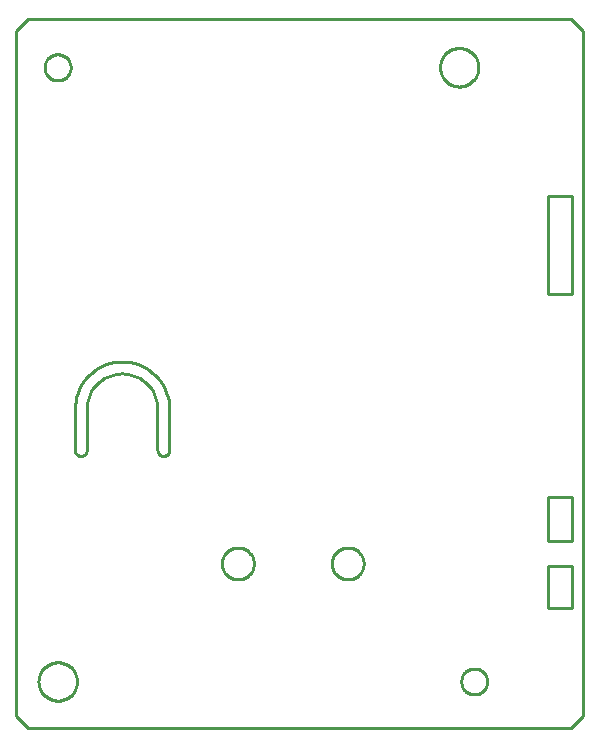
<source format=gko>
G04 EAGLE Gerber RS-274X export*
G75*
%MOMM*%
%FSLAX34Y34*%
%LPD*%
%IN*%
%IPPOS*%
%AMOC8*
5,1,8,0,0,1.08239X$1,22.5*%
G01*
G04 Define Apertures*
%ADD10C,0.254000*%
D10*
X0Y10000D02*
X10000Y0D01*
X470000Y0D01*
X480000Y10000D01*
X480000Y590000D01*
X470000Y600000D01*
X10000Y600000D01*
X0Y590000D01*
X0Y10000D01*
X50000Y235000D02*
X50019Y234564D01*
X50076Y234132D01*
X50170Y233706D01*
X50302Y233290D01*
X50468Y232887D01*
X50670Y232500D01*
X50904Y232132D01*
X51170Y231786D01*
X51464Y231464D01*
X51786Y231170D01*
X52132Y230904D01*
X52500Y230670D01*
X52887Y230468D01*
X53290Y230302D01*
X53706Y230170D01*
X54132Y230076D01*
X54564Y230019D01*
X55000Y230000D01*
X55436Y230019D01*
X55868Y230076D01*
X56294Y230170D01*
X56710Y230302D01*
X57113Y230468D01*
X57500Y230670D01*
X57868Y230904D01*
X58214Y231170D01*
X58536Y231464D01*
X58830Y231786D01*
X59096Y232132D01*
X59330Y232500D01*
X59532Y232887D01*
X59698Y233290D01*
X59830Y233706D01*
X59924Y234132D01*
X59981Y234564D01*
X60000Y235000D01*
X60000Y270000D01*
X60114Y272615D01*
X60456Y275209D01*
X61022Y277765D01*
X61809Y280261D01*
X62811Y282679D01*
X64019Y285000D01*
X65425Y287207D01*
X67019Y289284D01*
X68787Y291213D01*
X70716Y292981D01*
X72793Y294575D01*
X75000Y295981D01*
X77321Y297189D01*
X79739Y298191D01*
X82235Y298978D01*
X84791Y299544D01*
X87385Y299886D01*
X90000Y300000D01*
X92615Y299886D01*
X95209Y299544D01*
X97765Y298978D01*
X100261Y298191D01*
X102679Y297189D01*
X105000Y295981D01*
X107207Y294575D01*
X109284Y292981D01*
X111213Y291213D01*
X112981Y289284D01*
X114575Y287207D01*
X115981Y285000D01*
X117189Y282679D01*
X118191Y280261D01*
X118978Y277765D01*
X119544Y275209D01*
X119886Y272615D01*
X120000Y270000D01*
X120000Y235000D01*
X120019Y234564D01*
X120076Y234132D01*
X120170Y233706D01*
X120302Y233290D01*
X120468Y232887D01*
X120670Y232500D01*
X120904Y232132D01*
X121170Y231786D01*
X121464Y231464D01*
X121786Y231170D01*
X122132Y230904D01*
X122500Y230670D01*
X122887Y230468D01*
X123290Y230302D01*
X123706Y230170D01*
X124132Y230076D01*
X124564Y230019D01*
X125000Y230000D01*
X125436Y230019D01*
X125868Y230076D01*
X126294Y230170D01*
X126710Y230302D01*
X127113Y230468D01*
X127500Y230670D01*
X127868Y230904D01*
X128214Y231170D01*
X128536Y231464D01*
X128830Y231786D01*
X129096Y232132D01*
X129330Y232500D01*
X129532Y232887D01*
X129698Y233290D01*
X129830Y233706D01*
X129924Y234132D01*
X129981Y234564D01*
X130000Y235000D01*
X130000Y270000D01*
X129848Y273486D01*
X129392Y276946D01*
X128637Y280353D01*
X127588Y283681D01*
X126252Y286905D01*
X124641Y290000D01*
X122766Y292943D01*
X120642Y295712D01*
X118284Y298284D01*
X115712Y300642D01*
X112943Y302766D01*
X110000Y304641D01*
X106905Y306252D01*
X103681Y307588D01*
X100353Y308637D01*
X96946Y309392D01*
X93486Y309848D01*
X90000Y310000D01*
X86514Y309848D01*
X83054Y309392D01*
X79647Y308637D01*
X76319Y307588D01*
X73095Y306252D01*
X70000Y304641D01*
X67057Y302766D01*
X64289Y300642D01*
X61716Y298284D01*
X59358Y295712D01*
X57234Y292943D01*
X55359Y290000D01*
X53748Y286905D01*
X52412Y283681D01*
X51363Y280353D01*
X50608Y276946D01*
X50152Y273486D01*
X50000Y270000D01*
X50000Y235000D01*
X451000Y101000D02*
X471000Y101000D01*
X471000Y137000D01*
X451000Y137000D01*
X451000Y101000D01*
X451000Y367000D02*
X471000Y367000D01*
X471000Y450000D01*
X451000Y450000D01*
X451000Y367000D01*
X451000Y158000D02*
X471000Y158000D01*
X471000Y195000D01*
X451000Y195000D01*
X451000Y158000D01*
X46505Y558688D02*
X46437Y557826D01*
X46302Y556972D01*
X46100Y556132D01*
X45833Y555310D01*
X45502Y554511D01*
X45110Y553741D01*
X44658Y553004D01*
X44150Y552305D01*
X43589Y551647D01*
X42978Y551036D01*
X42320Y550475D01*
X41621Y549967D01*
X40884Y549515D01*
X40114Y549123D01*
X39315Y548792D01*
X38493Y548525D01*
X37653Y548323D01*
X36799Y548188D01*
X35937Y548120D01*
X35073Y548120D01*
X34211Y548188D01*
X33357Y548323D01*
X32517Y548525D01*
X31695Y548792D01*
X30896Y549123D01*
X30126Y549515D01*
X29389Y549967D01*
X28690Y550475D01*
X28032Y551036D01*
X27421Y551647D01*
X26860Y552305D01*
X26352Y553004D01*
X25900Y553741D01*
X25508Y554511D01*
X25177Y555310D01*
X24910Y556132D01*
X24708Y556972D01*
X24573Y557826D01*
X24505Y558688D01*
X24505Y559552D01*
X24573Y560414D01*
X24708Y561268D01*
X24910Y562108D01*
X25177Y562930D01*
X25508Y563729D01*
X25900Y564499D01*
X26352Y565236D01*
X26860Y565935D01*
X27421Y566593D01*
X28032Y567204D01*
X28690Y567765D01*
X29389Y568273D01*
X30126Y568725D01*
X30896Y569117D01*
X31695Y569448D01*
X32517Y569715D01*
X33357Y569917D01*
X34211Y570052D01*
X35073Y570120D01*
X35937Y570120D01*
X36799Y570052D01*
X37653Y569917D01*
X38493Y569715D01*
X39315Y569448D01*
X40114Y569117D01*
X40884Y568725D01*
X41621Y568273D01*
X42320Y567765D01*
X42978Y567204D01*
X43589Y566593D01*
X44150Y565935D01*
X44658Y565236D01*
X45110Y564499D01*
X45502Y563729D01*
X45833Y562930D01*
X46100Y562108D01*
X46302Y561268D01*
X46437Y560414D01*
X46505Y559552D01*
X46505Y558688D01*
X399205Y38688D02*
X399137Y37826D01*
X399002Y36972D01*
X398800Y36132D01*
X398533Y35310D01*
X398202Y34511D01*
X397810Y33741D01*
X397358Y33004D01*
X396850Y32305D01*
X396289Y31647D01*
X395678Y31036D01*
X395020Y30475D01*
X394321Y29967D01*
X393584Y29515D01*
X392814Y29123D01*
X392015Y28792D01*
X391193Y28525D01*
X390353Y28323D01*
X389499Y28188D01*
X388637Y28120D01*
X387773Y28120D01*
X386911Y28188D01*
X386057Y28323D01*
X385217Y28525D01*
X384395Y28792D01*
X383596Y29123D01*
X382826Y29515D01*
X382089Y29967D01*
X381390Y30475D01*
X380732Y31036D01*
X380121Y31647D01*
X379560Y32305D01*
X379052Y33004D01*
X378600Y33741D01*
X378208Y34511D01*
X377877Y35310D01*
X377610Y36132D01*
X377408Y36972D01*
X377273Y37826D01*
X377205Y38688D01*
X377205Y39552D01*
X377273Y40414D01*
X377408Y41268D01*
X377610Y42108D01*
X377877Y42930D01*
X378208Y43729D01*
X378600Y44499D01*
X379052Y45236D01*
X379560Y45935D01*
X380121Y46593D01*
X380732Y47204D01*
X381390Y47765D01*
X382089Y48273D01*
X382826Y48725D01*
X383596Y49117D01*
X384395Y49448D01*
X385217Y49715D01*
X386057Y49917D01*
X386911Y50052D01*
X387773Y50120D01*
X388637Y50120D01*
X389499Y50052D01*
X390353Y49917D01*
X391193Y49715D01*
X392015Y49448D01*
X392814Y49117D01*
X393584Y48725D01*
X394321Y48273D01*
X395020Y47765D01*
X395678Y47204D01*
X396289Y46593D01*
X396850Y45935D01*
X397358Y45236D01*
X397810Y44499D01*
X398202Y43729D01*
X398533Y42930D01*
X398800Y42108D01*
X399002Y41268D01*
X399137Y40414D01*
X399205Y39552D01*
X399205Y38688D01*
X391761Y558588D02*
X391691Y557526D01*
X391552Y556471D01*
X391345Y555427D01*
X391069Y554399D01*
X390727Y553391D01*
X390320Y552407D01*
X389849Y551453D01*
X389317Y550531D01*
X388726Y549646D01*
X388078Y548802D01*
X387376Y548002D01*
X386623Y547249D01*
X385823Y546547D01*
X384979Y545899D01*
X384094Y545308D01*
X383172Y544776D01*
X382218Y544305D01*
X381234Y543898D01*
X380226Y543556D01*
X379198Y543280D01*
X378154Y543073D01*
X377099Y542934D01*
X376037Y542864D01*
X374973Y542864D01*
X373911Y542934D01*
X372856Y543073D01*
X371812Y543280D01*
X370784Y543556D01*
X369776Y543898D01*
X368792Y544305D01*
X367838Y544776D01*
X366916Y545308D01*
X366031Y545899D01*
X365187Y546547D01*
X364387Y547249D01*
X363634Y548002D01*
X362932Y548802D01*
X362284Y549646D01*
X361693Y550531D01*
X361161Y551453D01*
X360690Y552407D01*
X360283Y553391D01*
X359941Y554399D01*
X359665Y555427D01*
X359458Y556471D01*
X359319Y557526D01*
X359249Y558588D01*
X359249Y559652D01*
X359319Y560714D01*
X359458Y561769D01*
X359665Y562813D01*
X359941Y563841D01*
X360283Y564849D01*
X360690Y565833D01*
X361161Y566787D01*
X361693Y567709D01*
X362284Y568594D01*
X362932Y569438D01*
X363634Y570238D01*
X364387Y570991D01*
X365187Y571693D01*
X366031Y572341D01*
X366916Y572932D01*
X367838Y573464D01*
X368792Y573935D01*
X369776Y574342D01*
X370784Y574684D01*
X371812Y574960D01*
X372856Y575167D01*
X373911Y575306D01*
X374973Y575376D01*
X376037Y575376D01*
X377099Y575306D01*
X378154Y575167D01*
X379198Y574960D01*
X380226Y574684D01*
X381234Y574342D01*
X382218Y573935D01*
X383172Y573464D01*
X384094Y572932D01*
X384979Y572341D01*
X385823Y571693D01*
X386623Y570991D01*
X387376Y570238D01*
X388078Y569438D01*
X388726Y568594D01*
X389317Y567709D01*
X389849Y566787D01*
X390320Y565833D01*
X390727Y564849D01*
X391069Y563841D01*
X391345Y562813D01*
X391552Y561769D01*
X391691Y560714D01*
X391761Y559652D01*
X391761Y558588D01*
X51761Y38588D02*
X51691Y37526D01*
X51552Y36471D01*
X51345Y35427D01*
X51069Y34399D01*
X50727Y33391D01*
X50320Y32407D01*
X49849Y31453D01*
X49317Y30531D01*
X48726Y29646D01*
X48078Y28802D01*
X47376Y28002D01*
X46623Y27249D01*
X45823Y26547D01*
X44979Y25899D01*
X44094Y25308D01*
X43172Y24776D01*
X42218Y24305D01*
X41234Y23898D01*
X40226Y23556D01*
X39198Y23280D01*
X38154Y23073D01*
X37099Y22934D01*
X36037Y22864D01*
X34973Y22864D01*
X33911Y22934D01*
X32856Y23073D01*
X31812Y23280D01*
X30784Y23556D01*
X29776Y23898D01*
X28792Y24305D01*
X27838Y24776D01*
X26916Y25308D01*
X26031Y25899D01*
X25187Y26547D01*
X24387Y27249D01*
X23634Y28002D01*
X22932Y28802D01*
X22284Y29646D01*
X21693Y30531D01*
X21161Y31453D01*
X20690Y32407D01*
X20283Y33391D01*
X19941Y34399D01*
X19665Y35427D01*
X19458Y36471D01*
X19319Y37526D01*
X19249Y38588D01*
X19249Y39652D01*
X19319Y40714D01*
X19458Y41769D01*
X19665Y42813D01*
X19941Y43841D01*
X20283Y44849D01*
X20690Y45833D01*
X21161Y46787D01*
X21693Y47709D01*
X22284Y48594D01*
X22932Y49438D01*
X23634Y50238D01*
X24387Y50991D01*
X25187Y51693D01*
X26031Y52341D01*
X26916Y52932D01*
X27838Y53464D01*
X28792Y53935D01*
X29776Y54342D01*
X30784Y54684D01*
X31812Y54960D01*
X32856Y55167D01*
X33911Y55306D01*
X34973Y55376D01*
X36037Y55376D01*
X37099Y55306D01*
X38154Y55167D01*
X39198Y54960D01*
X40226Y54684D01*
X41234Y54342D01*
X42218Y53935D01*
X43172Y53464D01*
X44094Y52932D01*
X44979Y52341D01*
X45823Y51693D01*
X46623Y50991D01*
X47376Y50238D01*
X48078Y49438D01*
X48726Y48594D01*
X49317Y47709D01*
X49849Y46787D01*
X50320Y45833D01*
X50727Y44849D01*
X51069Y43841D01*
X51345Y42813D01*
X51552Y41769D01*
X51691Y40714D01*
X51761Y39652D01*
X51761Y38588D01*
X294500Y138518D02*
X294431Y137556D01*
X294294Y136602D01*
X294089Y135659D01*
X293817Y134734D01*
X293480Y133830D01*
X293080Y132953D01*
X292618Y132107D01*
X292096Y131296D01*
X291518Y130524D01*
X290887Y129795D01*
X290205Y129113D01*
X289476Y128482D01*
X288704Y127904D01*
X287893Y127382D01*
X287047Y126920D01*
X286170Y126520D01*
X285266Y126183D01*
X284341Y125911D01*
X283399Y125706D01*
X282444Y125569D01*
X281482Y125500D01*
X280518Y125500D01*
X279556Y125569D01*
X278602Y125706D01*
X277659Y125911D01*
X276734Y126183D01*
X275830Y126520D01*
X274953Y126920D01*
X274107Y127382D01*
X273296Y127904D01*
X272524Y128482D01*
X271795Y129113D01*
X271113Y129795D01*
X270482Y130524D01*
X269904Y131296D01*
X269382Y132107D01*
X268920Y132953D01*
X268520Y133830D01*
X268183Y134734D01*
X267911Y135659D01*
X267706Y136602D01*
X267569Y137556D01*
X267500Y138518D01*
X267500Y139482D01*
X267569Y140444D01*
X267706Y141399D01*
X267911Y142341D01*
X268183Y143266D01*
X268520Y144170D01*
X268920Y145047D01*
X269382Y145893D01*
X269904Y146704D01*
X270482Y147476D01*
X271113Y148205D01*
X271795Y148887D01*
X272524Y149518D01*
X273296Y150096D01*
X274107Y150618D01*
X274953Y151080D01*
X275830Y151480D01*
X276734Y151817D01*
X277659Y152089D01*
X278602Y152294D01*
X279556Y152431D01*
X280518Y152500D01*
X281482Y152500D01*
X282444Y152431D01*
X283399Y152294D01*
X284341Y152089D01*
X285266Y151817D01*
X286170Y151480D01*
X287047Y151080D01*
X287893Y150618D01*
X288704Y150096D01*
X289476Y149518D01*
X290205Y148887D01*
X290887Y148205D01*
X291518Y147476D01*
X292096Y146704D01*
X292618Y145893D01*
X293080Y145047D01*
X293480Y144170D01*
X293817Y143266D01*
X294089Y142341D01*
X294294Y141399D01*
X294431Y140444D01*
X294500Y139482D01*
X294500Y138518D01*
X201500Y138518D02*
X201431Y137556D01*
X201294Y136602D01*
X201089Y135659D01*
X200817Y134734D01*
X200480Y133830D01*
X200080Y132953D01*
X199618Y132107D01*
X199096Y131296D01*
X198518Y130524D01*
X197887Y129795D01*
X197205Y129113D01*
X196476Y128482D01*
X195704Y127904D01*
X194893Y127382D01*
X194047Y126920D01*
X193170Y126520D01*
X192266Y126183D01*
X191341Y125911D01*
X190399Y125706D01*
X189444Y125569D01*
X188482Y125500D01*
X187518Y125500D01*
X186556Y125569D01*
X185602Y125706D01*
X184659Y125911D01*
X183734Y126183D01*
X182830Y126520D01*
X181953Y126920D01*
X181107Y127382D01*
X180296Y127904D01*
X179524Y128482D01*
X178795Y129113D01*
X178113Y129795D01*
X177482Y130524D01*
X176904Y131296D01*
X176382Y132107D01*
X175920Y132953D01*
X175520Y133830D01*
X175183Y134734D01*
X174911Y135659D01*
X174706Y136602D01*
X174569Y137556D01*
X174500Y138518D01*
X174500Y139482D01*
X174569Y140444D01*
X174706Y141399D01*
X174911Y142341D01*
X175183Y143266D01*
X175520Y144170D01*
X175920Y145047D01*
X176382Y145893D01*
X176904Y146704D01*
X177482Y147476D01*
X178113Y148205D01*
X178795Y148887D01*
X179524Y149518D01*
X180296Y150096D01*
X181107Y150618D01*
X181953Y151080D01*
X182830Y151480D01*
X183734Y151817D01*
X184659Y152089D01*
X185602Y152294D01*
X186556Y152431D01*
X187518Y152500D01*
X188482Y152500D01*
X189444Y152431D01*
X190399Y152294D01*
X191341Y152089D01*
X192266Y151817D01*
X193170Y151480D01*
X194047Y151080D01*
X194893Y150618D01*
X195704Y150096D01*
X196476Y149518D01*
X197205Y148887D01*
X197887Y148205D01*
X198518Y147476D01*
X199096Y146704D01*
X199618Y145893D01*
X200080Y145047D01*
X200480Y144170D01*
X200817Y143266D01*
X201089Y142341D01*
X201294Y141399D01*
X201431Y140444D01*
X201500Y139482D01*
X201500Y138518D01*
M02*

</source>
